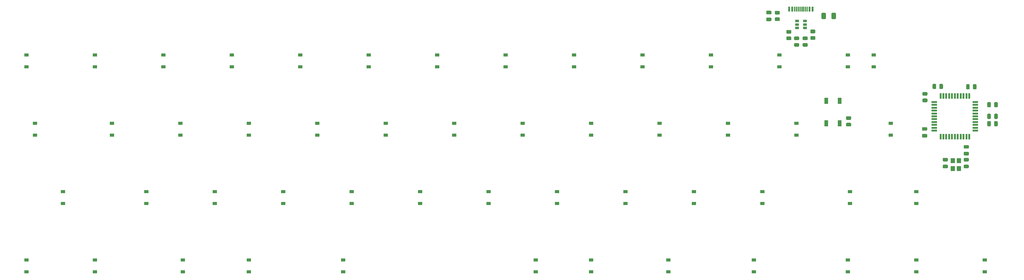
<source format=gbr>
%TF.GenerationSoftware,KiCad,Pcbnew,(5.1.9)-1*%
%TF.CreationDate,2021-09-16T08:02:45-07:00*%
%TF.ProjectId,letItSlide,6c657449-7453-46c6-9964-652e6b696361,rev?*%
%TF.SameCoordinates,Original*%
%TF.FileFunction,Paste,Bot*%
%TF.FilePolarity,Positive*%
%FSLAX46Y46*%
G04 Gerber Fmt 4.6, Leading zero omitted, Abs format (unit mm)*
G04 Created by KiCad (PCBNEW (5.1.9)-1) date 2021-09-16 08:02:45*
%MOMM*%
%LPD*%
G01*
G04 APERTURE LIST*
%ADD10R,1.200000X1.400000*%
%ADD11R,0.600000X1.450000*%
%ADD12R,0.300000X1.450000*%
%ADD13R,1.060000X0.650000*%
%ADD14R,1.100000X1.800000*%
%ADD15R,0.550000X1.500000*%
%ADD16R,1.500000X0.550000*%
%ADD17R,1.200000X0.900000*%
G04 APERTURE END LIST*
D10*
%TO.C,Y1*%
X289240000Y-59780000D03*
X289240000Y-57580000D03*
X287540000Y-57580000D03*
X287540000Y-59780000D03*
%TD*%
%TO.C,C10*%
G36*
G01*
X290815000Y-58720000D02*
X291765000Y-58720000D01*
G75*
G02*
X292015000Y-58970000I0J-250000D01*
G01*
X292015000Y-59470000D01*
G75*
G02*
X291765000Y-59720000I-250000J0D01*
G01*
X290815000Y-59720000D01*
G75*
G02*
X290565000Y-59470000I0J250000D01*
G01*
X290565000Y-58970000D01*
G75*
G02*
X290815000Y-58720000I250000J0D01*
G01*
G37*
G36*
G01*
X290815000Y-56820000D02*
X291765000Y-56820000D01*
G75*
G02*
X292015000Y-57070000I0J-250000D01*
G01*
X292015000Y-57570000D01*
G75*
G02*
X291765000Y-57820000I-250000J0D01*
G01*
X290815000Y-57820000D01*
G75*
G02*
X290565000Y-57570000I0J250000D01*
G01*
X290565000Y-57070000D01*
G75*
G02*
X290815000Y-56820000I250000J0D01*
G01*
G37*
%TD*%
%TO.C,C9*%
G36*
G01*
X285945000Y-57830000D02*
X284995000Y-57830000D01*
G75*
G02*
X284745000Y-57580000I0J250000D01*
G01*
X284745000Y-57080000D01*
G75*
G02*
X284995000Y-56830000I250000J0D01*
G01*
X285945000Y-56830000D01*
G75*
G02*
X286195000Y-57080000I0J-250000D01*
G01*
X286195000Y-57580000D01*
G75*
G02*
X285945000Y-57830000I-250000J0D01*
G01*
G37*
G36*
G01*
X285945000Y-59730000D02*
X284995000Y-59730000D01*
G75*
G02*
X284745000Y-59480000I0J250000D01*
G01*
X284745000Y-58980000D01*
G75*
G02*
X284995000Y-58730000I250000J0D01*
G01*
X285945000Y-58730000D01*
G75*
G02*
X286195000Y-58980000I0J-250000D01*
G01*
X286195000Y-59480000D01*
G75*
G02*
X285945000Y-59730000I-250000J0D01*
G01*
G37*
%TD*%
D11*
%TO.C,USB1*%
X248518956Y-15355947D03*
X247718956Y-15355947D03*
X242818956Y-15355947D03*
X242018956Y-15355947D03*
X242018956Y-15355947D03*
X242818956Y-15355947D03*
X247718956Y-15355947D03*
X248518956Y-15355947D03*
D12*
X243518956Y-15355947D03*
X244018956Y-15355947D03*
X244518956Y-15355947D03*
X245518956Y-15355947D03*
X246018956Y-15355947D03*
X246518956Y-15355947D03*
X247018956Y-15355947D03*
X245018956Y-15355947D03*
%TD*%
D13*
%TO.C,U1*%
X244168956Y-19645329D03*
X244168956Y-18695329D03*
X244168956Y-20595329D03*
X246368956Y-20595329D03*
X246368956Y-19645329D03*
X246368956Y-18695329D03*
%TD*%
%TO.C,R4*%
G36*
G01*
X239170515Y-16864077D02*
X238270511Y-16864077D01*
G75*
G02*
X238020513Y-16614079I0J249998D01*
G01*
X238020513Y-16089075D01*
G75*
G02*
X238270511Y-15839077I249998J0D01*
G01*
X239170515Y-15839077D01*
G75*
G02*
X239420513Y-16089075I0J-249998D01*
G01*
X239420513Y-16614079D01*
G75*
G02*
X239170515Y-16864077I-249998J0D01*
G01*
G37*
G36*
G01*
X239170515Y-18689077D02*
X238270511Y-18689077D01*
G75*
G02*
X238020513Y-18439079I0J249998D01*
G01*
X238020513Y-17914075D01*
G75*
G02*
X238270511Y-17664077I249998J0D01*
G01*
X239170515Y-17664077D01*
G75*
G02*
X239420513Y-17914075I0J-249998D01*
G01*
X239420513Y-18439079D01*
G75*
G02*
X239170515Y-18689077I-249998J0D01*
G01*
G37*
%TD*%
%TO.C,C1*%
G36*
G01*
X236814261Y-16814077D02*
X235864261Y-16814077D01*
G75*
G02*
X235614261Y-16564077I0J250000D01*
G01*
X235614261Y-16064077D01*
G75*
G02*
X235864261Y-15814077I250000J0D01*
G01*
X236814261Y-15814077D01*
G75*
G02*
X237064261Y-16064077I0J-250000D01*
G01*
X237064261Y-16564077D01*
G75*
G02*
X236814261Y-16814077I-250000J0D01*
G01*
G37*
G36*
G01*
X236814261Y-18714077D02*
X235864261Y-18714077D01*
G75*
G02*
X235614261Y-18464077I0J250000D01*
G01*
X235614261Y-17964077D01*
G75*
G02*
X235864261Y-17714077I250000J0D01*
G01*
X236814261Y-17714077D01*
G75*
G02*
X237064261Y-17964077I0J-250000D01*
G01*
X237064261Y-18464077D01*
G75*
G02*
X236814261Y-18714077I-250000J0D01*
G01*
G37*
%TD*%
D14*
%TO.C,SW1*%
X256048651Y-47153162D03*
X256048651Y-40953162D03*
X252348651Y-47153162D03*
X252348651Y-40953162D03*
%TD*%
%TO.C,R3*%
G36*
G01*
X249050002Y-22087500D02*
X248149998Y-22087500D01*
G75*
G02*
X247900000Y-21837502I0J249998D01*
G01*
X247900000Y-21312498D01*
G75*
G02*
X248149998Y-21062500I249998J0D01*
G01*
X249050002Y-21062500D01*
G75*
G02*
X249300000Y-21312498I0J-249998D01*
G01*
X249300000Y-21837502D01*
G75*
G02*
X249050002Y-22087500I-249998J0D01*
G01*
G37*
G36*
G01*
X249050002Y-23912500D02*
X248149998Y-23912500D01*
G75*
G02*
X247900000Y-23662502I0J249998D01*
G01*
X247900000Y-23137498D01*
G75*
G02*
X248149998Y-22887500I249998J0D01*
G01*
X249050002Y-22887500D01*
G75*
G02*
X249300000Y-23137498I0J-249998D01*
G01*
X249300000Y-23662502D01*
G75*
G02*
X249050002Y-23912500I-249998J0D01*
G01*
G37*
%TD*%
%TO.C,R1*%
G36*
G01*
X242350002Y-22187500D02*
X241449998Y-22187500D01*
G75*
G02*
X241200000Y-21937502I0J249998D01*
G01*
X241200000Y-21412498D01*
G75*
G02*
X241449998Y-21162500I249998J0D01*
G01*
X242350002Y-21162500D01*
G75*
G02*
X242600000Y-21412498I0J-249998D01*
G01*
X242600000Y-21937502D01*
G75*
G02*
X242350002Y-22187500I-249998J0D01*
G01*
G37*
G36*
G01*
X242350002Y-24012500D02*
X241449998Y-24012500D01*
G75*
G02*
X241200000Y-23762502I0J249998D01*
G01*
X241200000Y-23237498D01*
G75*
G02*
X241449998Y-22987500I249998J0D01*
G01*
X242350002Y-22987500D01*
G75*
G02*
X242600000Y-23237498I0J-249998D01*
G01*
X242600000Y-23762502D01*
G75*
G02*
X242350002Y-24012500I-249998J0D01*
G01*
G37*
%TD*%
%TO.C,R7*%
G36*
G01*
X279347108Y-40285971D02*
X280247112Y-40285971D01*
G75*
G02*
X280497110Y-40535969I0J-249998D01*
G01*
X280497110Y-41060973D01*
G75*
G02*
X280247112Y-41310971I-249998J0D01*
G01*
X279347108Y-41310971D01*
G75*
G02*
X279097110Y-41060973I0J249998D01*
G01*
X279097110Y-40535969D01*
G75*
G02*
X279347108Y-40285971I249998J0D01*
G01*
G37*
G36*
G01*
X279347108Y-38460971D02*
X280247112Y-38460971D01*
G75*
G02*
X280497110Y-38710969I0J-249998D01*
G01*
X280497110Y-39235973D01*
G75*
G02*
X280247112Y-39485971I-249998J0D01*
G01*
X279347108Y-39485971D01*
G75*
G02*
X279097110Y-39235973I0J249998D01*
G01*
X279097110Y-38710969D01*
G75*
G02*
X279347108Y-38460971I249998J0D01*
G01*
G37*
%TD*%
%TO.C,R6*%
G36*
G01*
X244528332Y-24007833D02*
X243628328Y-24007833D01*
G75*
G02*
X243378330Y-23757835I0J249998D01*
G01*
X243378330Y-23232831D01*
G75*
G02*
X243628328Y-22982833I249998J0D01*
G01*
X244528332Y-22982833D01*
G75*
G02*
X244778330Y-23232831I0J-249998D01*
G01*
X244778330Y-23757835D01*
G75*
G02*
X244528332Y-24007833I-249998J0D01*
G01*
G37*
G36*
G01*
X244528332Y-25832833D02*
X243628328Y-25832833D01*
G75*
G02*
X243378330Y-25582835I0J249998D01*
G01*
X243378330Y-25057831D01*
G75*
G02*
X243628328Y-24807833I249998J0D01*
G01*
X244528332Y-24807833D01*
G75*
G02*
X244778330Y-25057831I0J-249998D01*
G01*
X244778330Y-25582835D01*
G75*
G02*
X244528332Y-25832833I-249998J0D01*
G01*
G37*
%TD*%
%TO.C,R5*%
G36*
G01*
X246909584Y-24007833D02*
X246009580Y-24007833D01*
G75*
G02*
X245759582Y-23757835I0J249998D01*
G01*
X245759582Y-23232831D01*
G75*
G02*
X246009580Y-22982833I249998J0D01*
G01*
X246909584Y-22982833D01*
G75*
G02*
X247159582Y-23232831I0J-249998D01*
G01*
X247159582Y-23757835D01*
G75*
G02*
X246909584Y-24007833I-249998J0D01*
G01*
G37*
G36*
G01*
X246909584Y-25832833D02*
X246009580Y-25832833D01*
G75*
G02*
X245759582Y-25582835I0J249998D01*
G01*
X245759582Y-25057831D01*
G75*
G02*
X246009580Y-24807833I249998J0D01*
G01*
X246909584Y-24807833D01*
G75*
G02*
X247159582Y-25057831I0J-249998D01*
G01*
X247159582Y-25582835D01*
G75*
G02*
X246909584Y-25832833I-249998J0D01*
G01*
G37*
%TD*%
%TO.C,R2*%
G36*
G01*
X259000002Y-46250000D02*
X258099998Y-46250000D01*
G75*
G02*
X257850000Y-46000002I0J249998D01*
G01*
X257850000Y-45474998D01*
G75*
G02*
X258099998Y-45225000I249998J0D01*
G01*
X259000002Y-45225000D01*
G75*
G02*
X259250000Y-45474998I0J-249998D01*
G01*
X259250000Y-46000002D01*
G75*
G02*
X259000002Y-46250000I-249998J0D01*
G01*
G37*
G36*
G01*
X259000002Y-48075000D02*
X258099998Y-48075000D01*
G75*
G02*
X257850000Y-47825002I0J249998D01*
G01*
X257850000Y-47299998D01*
G75*
G02*
X258099998Y-47050000I249998J0D01*
G01*
X259000002Y-47050000D01*
G75*
G02*
X259250000Y-47299998I0J-249998D01*
G01*
X259250000Y-47825002D01*
G75*
G02*
X259000002Y-48075000I-249998J0D01*
G01*
G37*
%TD*%
%TO.C,F1*%
G36*
G01*
X252233025Y-16639077D02*
X252233025Y-17889077D01*
G75*
G02*
X251983025Y-18139077I-250000J0D01*
G01*
X251233025Y-18139077D01*
G75*
G02*
X250983025Y-17889077I0J250000D01*
G01*
X250983025Y-16639077D01*
G75*
G02*
X251233025Y-16389077I250000J0D01*
G01*
X251983025Y-16389077D01*
G75*
G02*
X252233025Y-16639077I0J-250000D01*
G01*
G37*
G36*
G01*
X255033025Y-16639077D02*
X255033025Y-17889077D01*
G75*
G02*
X254783025Y-18139077I-250000J0D01*
G01*
X254033025Y-18139077D01*
G75*
G02*
X253783025Y-17889077I0J250000D01*
G01*
X253783025Y-16639077D01*
G75*
G02*
X254033025Y-16389077I250000J0D01*
G01*
X254783025Y-16389077D01*
G75*
G02*
X255033025Y-16639077I0J-250000D01*
G01*
G37*
%TD*%
%TO.C,C8*%
G36*
G01*
X283818988Y-37384406D02*
X283818988Y-36434406D01*
G75*
G02*
X284068988Y-36184406I250000J0D01*
G01*
X284568988Y-36184406D01*
G75*
G02*
X284818988Y-36434406I0J-250000D01*
G01*
X284818988Y-37384406D01*
G75*
G02*
X284568988Y-37634406I-250000J0D01*
G01*
X284068988Y-37634406D01*
G75*
G02*
X283818988Y-37384406I0J250000D01*
G01*
G37*
G36*
G01*
X281918988Y-37384406D02*
X281918988Y-36434406D01*
G75*
G02*
X282168988Y-36184406I250000J0D01*
G01*
X282668988Y-36184406D01*
G75*
G02*
X282918988Y-36434406I0J-250000D01*
G01*
X282918988Y-37384406D01*
G75*
G02*
X282668988Y-37634406I-250000J0D01*
G01*
X282168988Y-37634406D01*
G75*
G02*
X281918988Y-37384406I0J250000D01*
G01*
G37*
%TD*%
%TO.C,C7*%
G36*
G01*
X279225000Y-50150000D02*
X280175000Y-50150000D01*
G75*
G02*
X280425000Y-50400000I0J-250000D01*
G01*
X280425000Y-50900000D01*
G75*
G02*
X280175000Y-51150000I-250000J0D01*
G01*
X279225000Y-51150000D01*
G75*
G02*
X278975000Y-50900000I0J250000D01*
G01*
X278975000Y-50400000D01*
G75*
G02*
X279225000Y-50150000I250000J0D01*
G01*
G37*
G36*
G01*
X279225000Y-48250000D02*
X280175000Y-48250000D01*
G75*
G02*
X280425000Y-48500000I0J-250000D01*
G01*
X280425000Y-49000000D01*
G75*
G02*
X280175000Y-49250000I-250000J0D01*
G01*
X279225000Y-49250000D01*
G75*
G02*
X278975000Y-49000000I0J250000D01*
G01*
X278975000Y-48500000D01*
G75*
G02*
X279225000Y-48250000I250000J0D01*
G01*
G37*
%TD*%
%TO.C,C6*%
G36*
G01*
X299050000Y-47775000D02*
X299050000Y-46825000D01*
G75*
G02*
X299300000Y-46575000I250000J0D01*
G01*
X299800000Y-46575000D01*
G75*
G02*
X300050000Y-46825000I0J-250000D01*
G01*
X300050000Y-47775000D01*
G75*
G02*
X299800000Y-48025000I-250000J0D01*
G01*
X299300000Y-48025000D01*
G75*
G02*
X299050000Y-47775000I0J250000D01*
G01*
G37*
G36*
G01*
X297150000Y-47775000D02*
X297150000Y-46825000D01*
G75*
G02*
X297400000Y-46575000I250000J0D01*
G01*
X297900000Y-46575000D01*
G75*
G02*
X298150000Y-46825000I0J-250000D01*
G01*
X298150000Y-47775000D01*
G75*
G02*
X297900000Y-48025000I-250000J0D01*
G01*
X297400000Y-48025000D01*
G75*
G02*
X297150000Y-47775000I0J250000D01*
G01*
G37*
%TD*%
%TO.C,C5*%
G36*
G01*
X299050000Y-42475000D02*
X299050000Y-41525000D01*
G75*
G02*
X299300000Y-41275000I250000J0D01*
G01*
X299800000Y-41275000D01*
G75*
G02*
X300050000Y-41525000I0J-250000D01*
G01*
X300050000Y-42475000D01*
G75*
G02*
X299800000Y-42725000I-250000J0D01*
G01*
X299300000Y-42725000D01*
G75*
G02*
X299050000Y-42475000I0J250000D01*
G01*
G37*
G36*
G01*
X297150000Y-42475000D02*
X297150000Y-41525000D01*
G75*
G02*
X297400000Y-41275000I250000J0D01*
G01*
X297900000Y-41275000D01*
G75*
G02*
X298150000Y-41525000I0J-250000D01*
G01*
X298150000Y-42475000D01*
G75*
G02*
X297900000Y-42725000I-250000J0D01*
G01*
X297400000Y-42725000D01*
G75*
G02*
X297150000Y-42475000I0J250000D01*
G01*
G37*
%TD*%
%TO.C,C4*%
G36*
G01*
X290825000Y-55150000D02*
X291775000Y-55150000D01*
G75*
G02*
X292025000Y-55400000I0J-250000D01*
G01*
X292025000Y-55900000D01*
G75*
G02*
X291775000Y-56150000I-250000J0D01*
G01*
X290825000Y-56150000D01*
G75*
G02*
X290575000Y-55900000I0J250000D01*
G01*
X290575000Y-55400000D01*
G75*
G02*
X290825000Y-55150000I250000J0D01*
G01*
G37*
G36*
G01*
X290825000Y-53250000D02*
X291775000Y-53250000D01*
G75*
G02*
X292025000Y-53500000I0J-250000D01*
G01*
X292025000Y-54000000D01*
G75*
G02*
X291775000Y-54250000I-250000J0D01*
G01*
X290825000Y-54250000D01*
G75*
G02*
X290575000Y-54000000I0J250000D01*
G01*
X290575000Y-53500000D01*
G75*
G02*
X290825000Y-53250000I250000J0D01*
G01*
G37*
%TD*%
%TO.C,C3*%
G36*
G01*
X292250000Y-36525000D02*
X292250000Y-37475000D01*
G75*
G02*
X292000000Y-37725000I-250000J0D01*
G01*
X291500000Y-37725000D01*
G75*
G02*
X291250000Y-37475000I0J250000D01*
G01*
X291250000Y-36525000D01*
G75*
G02*
X291500000Y-36275000I250000J0D01*
G01*
X292000000Y-36275000D01*
G75*
G02*
X292250000Y-36525000I0J-250000D01*
G01*
G37*
G36*
G01*
X294150000Y-36525000D02*
X294150000Y-37475000D01*
G75*
G02*
X293900000Y-37725000I-250000J0D01*
G01*
X293400000Y-37725000D01*
G75*
G02*
X293150000Y-37475000I0J250000D01*
G01*
X293150000Y-36525000D01*
G75*
G02*
X293400000Y-36275000I250000J0D01*
G01*
X293900000Y-36275000D01*
G75*
G02*
X294150000Y-36525000I0J-250000D01*
G01*
G37*
%TD*%
%TO.C,C2*%
G36*
G01*
X299056499Y-45718788D02*
X299056499Y-44768788D01*
G75*
G02*
X299306499Y-44518788I250000J0D01*
G01*
X299806499Y-44518788D01*
G75*
G02*
X300056499Y-44768788I0J-250000D01*
G01*
X300056499Y-45718788D01*
G75*
G02*
X299806499Y-45968788I-250000J0D01*
G01*
X299306499Y-45968788D01*
G75*
G02*
X299056499Y-45718788I0J250000D01*
G01*
G37*
G36*
G01*
X297156499Y-45718788D02*
X297156499Y-44768788D01*
G75*
G02*
X297406499Y-44518788I250000J0D01*
G01*
X297906499Y-44518788D01*
G75*
G02*
X298156499Y-44768788I0J-250000D01*
G01*
X298156499Y-45718788D01*
G75*
G02*
X297906499Y-45968788I-250000J0D01*
G01*
X297406499Y-45968788D01*
G75*
G02*
X297156499Y-45718788I0J250000D01*
G01*
G37*
%TD*%
D15*
%TO.C,U2*%
X292131492Y-39543788D03*
X291331492Y-39543788D03*
X290531492Y-39543788D03*
X289731492Y-39543788D03*
X288931492Y-39543788D03*
X288131492Y-39543788D03*
X287331492Y-39543788D03*
X286531492Y-39543788D03*
X285731492Y-39543788D03*
X284931492Y-39543788D03*
X284131492Y-39543788D03*
D16*
X282431492Y-41243788D03*
X282431492Y-42043788D03*
X282431492Y-42843788D03*
X282431492Y-43643788D03*
X282431492Y-44443788D03*
X282431492Y-45243788D03*
X282431492Y-46043788D03*
X282431492Y-46843788D03*
X282431492Y-47643788D03*
X282431492Y-48443788D03*
X282431492Y-49243788D03*
D15*
X284131492Y-50943788D03*
X284931492Y-50943788D03*
X285731492Y-50943788D03*
X286531492Y-50943788D03*
X287331492Y-50943788D03*
X288131492Y-50943788D03*
X288931492Y-50943788D03*
X289731492Y-50943788D03*
X290531492Y-50943788D03*
X291331492Y-50943788D03*
X292131492Y-50943788D03*
D16*
X293831492Y-49243788D03*
X293831492Y-48443788D03*
X293831492Y-47643788D03*
X293831492Y-46843788D03*
X293831492Y-46043788D03*
X293831492Y-45243788D03*
X293831492Y-44443788D03*
X293831492Y-43643788D03*
X293831492Y-42843788D03*
X293831492Y-42043788D03*
X293831492Y-41243788D03*
%TD*%
D17*
%TO.C,D52*%
X265509598Y-28115650D03*
X265509598Y-31415650D03*
%TD*%
%TO.C,D51*%
X296465874Y-85265698D03*
X296465874Y-88565698D03*
%TD*%
%TO.C,D50*%
X277415858Y-85265698D03*
X277415858Y-88565698D03*
%TD*%
%TO.C,D49*%
X258365842Y-85265698D03*
X258365842Y-88565698D03*
%TD*%
%TO.C,D48*%
X232172070Y-85265698D03*
X232172070Y-88565698D03*
%TD*%
%TO.C,D47*%
X208359550Y-85265698D03*
X208359550Y-88565698D03*
%TD*%
%TO.C,D46*%
X186928282Y-85265698D03*
X186928282Y-88565698D03*
%TD*%
%TO.C,D45*%
X171450144Y-85265698D03*
X171450144Y-88565698D03*
%TD*%
%TO.C,D44*%
X117871974Y-85265698D03*
X117871974Y-88565698D03*
%TD*%
%TO.C,D43*%
X91678202Y-85265698D03*
X91678202Y-88565698D03*
%TD*%
%TO.C,D42*%
X73223499Y-85265698D03*
X73223499Y-88565698D03*
%TD*%
%TO.C,D41*%
X48815666Y-85265698D03*
X48815666Y-88565698D03*
%TD*%
%TO.C,D40*%
X29765650Y-85265698D03*
X29765650Y-88565698D03*
%TD*%
%TO.C,D39*%
X277415858Y-66215682D03*
X277415858Y-69515682D03*
%TD*%
%TO.C,D38*%
X258961155Y-66215682D03*
X258961155Y-69515682D03*
%TD*%
%TO.C,D37*%
X234553322Y-66215682D03*
X234553322Y-69515682D03*
%TD*%
%TO.C,D36*%
X215503306Y-66215682D03*
X215503306Y-69515682D03*
%TD*%
%TO.C,D35*%
X196453290Y-66215682D03*
X196453290Y-69515682D03*
%TD*%
%TO.C,D34*%
X177403274Y-66215682D03*
X177403274Y-69515682D03*
%TD*%
%TO.C,D33*%
X158353258Y-66215682D03*
X158353258Y-69515682D03*
%TD*%
%TO.C,D32*%
X139303242Y-66215682D03*
X139303242Y-69515682D03*
%TD*%
%TO.C,D31*%
X120253226Y-66215682D03*
X120253226Y-69515682D03*
%TD*%
%TO.C,D30*%
X101203210Y-66215682D03*
X101203210Y-69515682D03*
%TD*%
%TO.C,D29*%
X82153194Y-66215682D03*
X82153194Y-69515682D03*
%TD*%
%TO.C,D28*%
X63103178Y-66215682D03*
X63103178Y-69515682D03*
%TD*%
%TO.C,D27*%
X39885971Y-66215682D03*
X39885971Y-69515682D03*
%TD*%
%TO.C,D26*%
X270272102Y-47165666D03*
X270272102Y-50465666D03*
%TD*%
%TO.C,D25*%
X244078330Y-47165666D03*
X244078330Y-50465666D03*
%TD*%
%TO.C,D24*%
X225028314Y-47165666D03*
X225028314Y-50465666D03*
%TD*%
%TO.C,D23*%
X205978298Y-47165666D03*
X205978298Y-50465666D03*
%TD*%
%TO.C,D22*%
X186928282Y-47165666D03*
X186928282Y-50465666D03*
%TD*%
%TO.C,D21*%
X167878266Y-47165666D03*
X167878266Y-50465666D03*
%TD*%
%TO.C,D20*%
X148828250Y-47165666D03*
X148828250Y-50465666D03*
%TD*%
%TO.C,D19*%
X129778234Y-47165666D03*
X129778234Y-50465666D03*
%TD*%
%TO.C,D18*%
X110728218Y-47165666D03*
X110728218Y-50465666D03*
%TD*%
%TO.C,D17*%
X91678202Y-47165666D03*
X91678202Y-50465666D03*
%TD*%
%TO.C,D16*%
X72628186Y-47165666D03*
X72628186Y-50465666D03*
%TD*%
%TO.C,D15*%
X53578170Y-47165666D03*
X53578170Y-50465666D03*
%TD*%
%TO.C,D14*%
X32146902Y-47165666D03*
X32146902Y-50465666D03*
%TD*%
%TO.C,D13*%
X258365842Y-28115650D03*
X258365842Y-31415650D03*
%TD*%
%TO.C,D12*%
X239315826Y-28115650D03*
X239315826Y-31415650D03*
%TD*%
%TO.C,D11*%
X220265810Y-28115650D03*
X220265810Y-31415650D03*
%TD*%
%TO.C,D10*%
X201215794Y-28115650D03*
X201215794Y-31415650D03*
%TD*%
%TO.C,D9*%
X182165778Y-28115650D03*
X182165778Y-31415650D03*
%TD*%
%TO.C,D8*%
X163115762Y-28115650D03*
X163115762Y-31415650D03*
%TD*%
%TO.C,D7*%
X144065746Y-28115650D03*
X144065746Y-31415650D03*
%TD*%
%TO.C,D6*%
X125015730Y-28115650D03*
X125015730Y-31415650D03*
%TD*%
%TO.C,D5*%
X105965714Y-28115650D03*
X105965714Y-31415650D03*
%TD*%
%TO.C,D4*%
X86915698Y-28115650D03*
X86915698Y-31415650D03*
%TD*%
%TO.C,D3*%
X67865682Y-28115650D03*
X67865682Y-31415650D03*
%TD*%
%TO.C,D2*%
X48815666Y-28115650D03*
X48815666Y-31415650D03*
%TD*%
%TO.C,D1*%
X29765650Y-28115650D03*
X29765650Y-31415650D03*
%TD*%
M02*

</source>
